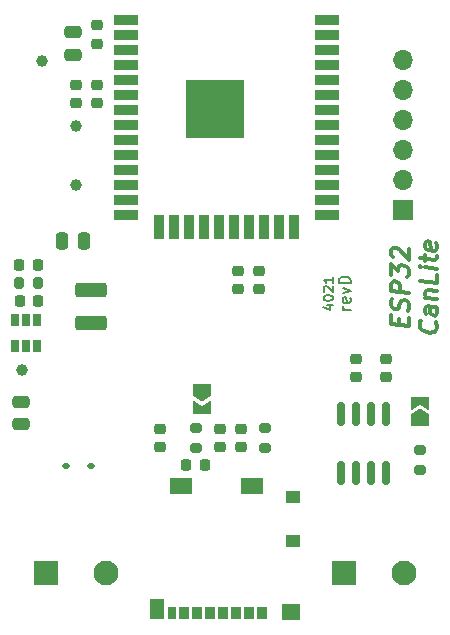
<source format=gbr>
G04 #@! TF.GenerationSoftware,KiCad,Pcbnew,7.0.10*
G04 #@! TF.CreationDate,2024-03-18T19:26:52+01:00*
G04 #@! TF.ProjectId,CanLite,43616e4c-6974-4652-9e6b-696361645f70,rev?*
G04 #@! TF.SameCoordinates,Original*
G04 #@! TF.FileFunction,Soldermask,Top*
G04 #@! TF.FilePolarity,Negative*
%FSLAX46Y46*%
G04 Gerber Fmt 4.6, Leading zero omitted, Abs format (unit mm)*
G04 Created by KiCad (PCBNEW 7.0.10) date 2024-03-18 19:26:52*
%MOMM*%
%LPD*%
G01*
G04 APERTURE LIST*
G04 Aperture macros list*
%AMRoundRect*
0 Rectangle with rounded corners*
0 $1 Rounding radius*
0 $2 $3 $4 $5 $6 $7 $8 $9 X,Y pos of 4 corners*
0 Add a 4 corners polygon primitive as box body*
4,1,4,$2,$3,$4,$5,$6,$7,$8,$9,$2,$3,0*
0 Add four circle primitives for the rounded corners*
1,1,$1+$1,$2,$3*
1,1,$1+$1,$4,$5*
1,1,$1+$1,$6,$7*
1,1,$1+$1,$8,$9*
0 Add four rect primitives between the rounded corners*
20,1,$1+$1,$2,$3,$4,$5,0*
20,1,$1+$1,$4,$5,$6,$7,0*
20,1,$1+$1,$6,$7,$8,$9,0*
20,1,$1+$1,$8,$9,$2,$3,0*%
%AMFreePoly0*
4,1,6,1.000000,0.000000,0.500000,-0.750000,-0.500000,-0.750000,-0.500000,0.750000,0.500000,0.750000,1.000000,0.000000,1.000000,0.000000,$1*%
%AMFreePoly1*
4,1,6,0.500000,-0.750000,-0.650000,-0.750000,-0.150000,0.000000,-0.650000,0.750000,0.500000,0.750000,0.500000,-0.750000,0.500000,-0.750000,$1*%
G04 Aperture macros list end*
%ADD10C,0.200000*%
%ADD11C,0.150000*%
%ADD12C,0.300000*%
%ADD13RoundRect,0.218750X0.256250X-0.218750X0.256250X0.218750X-0.256250X0.218750X-0.256250X-0.218750X0*%
%ADD14RoundRect,0.218750X-0.256250X0.218750X-0.256250X-0.218750X0.256250X-0.218750X0.256250X0.218750X0*%
%ADD15RoundRect,0.250000X-0.475000X0.250000X-0.475000X-0.250000X0.475000X-0.250000X0.475000X0.250000X0*%
%ADD16RoundRect,0.250000X0.250000X0.475000X-0.250000X0.475000X-0.250000X-0.475000X0.250000X-0.475000X0*%
%ADD17RoundRect,0.112500X0.187500X0.112500X-0.187500X0.112500X-0.187500X-0.112500X0.187500X-0.112500X0*%
%ADD18R,1.700000X1.700000*%
%ADD19O,1.700000X1.700000*%
%ADD20FreePoly0,90.000000*%
%ADD21FreePoly1,90.000000*%
%ADD22RoundRect,0.200000X0.275000X-0.200000X0.275000X0.200000X-0.275000X0.200000X-0.275000X-0.200000X0*%
%ADD23RoundRect,0.150000X-0.150000X0.825000X-0.150000X-0.825000X0.150000X-0.825000X0.150000X0.825000X0*%
%ADD24RoundRect,0.218750X0.218750X0.256250X-0.218750X0.256250X-0.218750X-0.256250X0.218750X-0.256250X0*%
%ADD25C,1.000000*%
%ADD26RoundRect,0.250000X0.475000X-0.250000X0.475000X0.250000X-0.475000X0.250000X-0.475000X-0.250000X0*%
%ADD27R,0.850000X1.100000*%
%ADD28R,0.750000X1.100000*%
%ADD29R,1.200000X1.000000*%
%ADD30R,1.550000X1.350000*%
%ADD31R,1.900000X1.350000*%
%ADD32R,1.170000X1.800000*%
%ADD33R,2.100000X2.100000*%
%ADD34C,2.100000*%
%ADD35RoundRect,0.225000X-0.225000X-0.250000X0.225000X-0.250000X0.225000X0.250000X-0.225000X0.250000X0*%
%ADD36RoundRect,0.200000X-0.200000X-0.275000X0.200000X-0.275000X0.200000X0.275000X-0.200000X0.275000X0*%
%ADD37R,2.000000X0.900000*%
%ADD38R,0.900000X2.000000*%
%ADD39R,5.000000X5.000000*%
%ADD40R,0.650000X1.060000*%
%ADD41RoundRect,0.250000X1.075000X-0.375000X1.075000X0.375000X-1.075000X0.375000X-1.075000X-0.375000X0*%
%ADD42FreePoly0,270.000000*%
%ADD43FreePoly1,270.000000*%
G04 APERTURE END LIST*
D10*
X132502219Y-77280952D02*
X131835552Y-77280952D01*
X132026028Y-77280952D02*
X131930790Y-77233333D01*
X131930790Y-77233333D02*
X131883171Y-77185714D01*
X131883171Y-77185714D02*
X131835552Y-77090476D01*
X131835552Y-77090476D02*
X131835552Y-76995238D01*
X132454600Y-76280952D02*
X132502219Y-76376190D01*
X132502219Y-76376190D02*
X132502219Y-76566666D01*
X132502219Y-76566666D02*
X132454600Y-76661904D01*
X132454600Y-76661904D02*
X132359361Y-76709523D01*
X132359361Y-76709523D02*
X131978409Y-76709523D01*
X131978409Y-76709523D02*
X131883171Y-76661904D01*
X131883171Y-76661904D02*
X131835552Y-76566666D01*
X131835552Y-76566666D02*
X131835552Y-76376190D01*
X131835552Y-76376190D02*
X131883171Y-76280952D01*
X131883171Y-76280952D02*
X131978409Y-76233333D01*
X131978409Y-76233333D02*
X132073647Y-76233333D01*
X132073647Y-76233333D02*
X132168885Y-76709523D01*
X131835552Y-75899999D02*
X132502219Y-75661904D01*
X132502219Y-75661904D02*
X131835552Y-75423809D01*
X132502219Y-75042856D02*
X131502219Y-75042856D01*
X131502219Y-75042856D02*
X131502219Y-74804761D01*
X131502219Y-74804761D02*
X131549838Y-74661904D01*
X131549838Y-74661904D02*
X131645076Y-74566666D01*
X131645076Y-74566666D02*
X131740314Y-74519047D01*
X131740314Y-74519047D02*
X131930790Y-74471428D01*
X131930790Y-74471428D02*
X132073647Y-74471428D01*
X132073647Y-74471428D02*
X132264123Y-74519047D01*
X132264123Y-74519047D02*
X132359361Y-74566666D01*
X132359361Y-74566666D02*
X132454600Y-74661904D01*
X132454600Y-74661904D02*
X132502219Y-74804761D01*
X132502219Y-74804761D02*
X132502219Y-75042856D01*
D11*
X130478961Y-76890476D02*
X131012295Y-76890476D01*
X130174200Y-77080952D02*
X130745628Y-77271429D01*
X130745628Y-77271429D02*
X130745628Y-76776190D01*
X130212295Y-76319047D02*
X130212295Y-76242857D01*
X130212295Y-76242857D02*
X130250390Y-76166666D01*
X130250390Y-76166666D02*
X130288485Y-76128571D01*
X130288485Y-76128571D02*
X130364676Y-76090476D01*
X130364676Y-76090476D02*
X130517057Y-76052381D01*
X130517057Y-76052381D02*
X130707533Y-76052381D01*
X130707533Y-76052381D02*
X130859914Y-76090476D01*
X130859914Y-76090476D02*
X130936104Y-76128571D01*
X130936104Y-76128571D02*
X130974200Y-76166666D01*
X130974200Y-76166666D02*
X131012295Y-76242857D01*
X131012295Y-76242857D02*
X131012295Y-76319047D01*
X131012295Y-76319047D02*
X130974200Y-76395238D01*
X130974200Y-76395238D02*
X130936104Y-76433333D01*
X130936104Y-76433333D02*
X130859914Y-76471428D01*
X130859914Y-76471428D02*
X130707533Y-76509524D01*
X130707533Y-76509524D02*
X130517057Y-76509524D01*
X130517057Y-76509524D02*
X130364676Y-76471428D01*
X130364676Y-76471428D02*
X130288485Y-76433333D01*
X130288485Y-76433333D02*
X130250390Y-76395238D01*
X130250390Y-76395238D02*
X130212295Y-76319047D01*
X130288485Y-75747619D02*
X130250390Y-75709523D01*
X130250390Y-75709523D02*
X130212295Y-75633333D01*
X130212295Y-75633333D02*
X130212295Y-75442857D01*
X130212295Y-75442857D02*
X130250390Y-75366666D01*
X130250390Y-75366666D02*
X130288485Y-75328571D01*
X130288485Y-75328571D02*
X130364676Y-75290476D01*
X130364676Y-75290476D02*
X130440866Y-75290476D01*
X130440866Y-75290476D02*
X130555152Y-75328571D01*
X130555152Y-75328571D02*
X131012295Y-75785714D01*
X131012295Y-75785714D02*
X131012295Y-75290476D01*
X131012295Y-74528571D02*
X131012295Y-74985714D01*
X131012295Y-74757142D02*
X130212295Y-74757142D01*
X130212295Y-74757142D02*
X130326580Y-74833333D01*
X130326580Y-74833333D02*
X130402771Y-74909523D01*
X130402771Y-74909523D02*
X130440866Y-74985714D01*
D12*
X136635114Y-78562999D02*
X136635114Y-78062999D01*
X137420828Y-77946928D02*
X137420828Y-78661213D01*
X137420828Y-78661213D02*
X135920828Y-78473713D01*
X135920828Y-78473713D02*
X135920828Y-77759428D01*
X137349400Y-77366570D02*
X137420828Y-77161213D01*
X137420828Y-77161213D02*
X137420828Y-76804070D01*
X137420828Y-76804070D02*
X137349400Y-76652285D01*
X137349400Y-76652285D02*
X137277971Y-76571927D01*
X137277971Y-76571927D02*
X137135114Y-76482642D01*
X137135114Y-76482642D02*
X136992257Y-76464785D01*
X136992257Y-76464785D02*
X136849400Y-76518356D01*
X136849400Y-76518356D02*
X136777971Y-76580856D01*
X136777971Y-76580856D02*
X136706542Y-76714785D01*
X136706542Y-76714785D02*
X136635114Y-76991570D01*
X136635114Y-76991570D02*
X136563685Y-77125499D01*
X136563685Y-77125499D02*
X136492257Y-77187999D01*
X136492257Y-77187999D02*
X136349400Y-77241570D01*
X136349400Y-77241570D02*
X136206542Y-77223713D01*
X136206542Y-77223713D02*
X136063685Y-77134427D01*
X136063685Y-77134427D02*
X135992257Y-77054070D01*
X135992257Y-77054070D02*
X135920828Y-76902285D01*
X135920828Y-76902285D02*
X135920828Y-76545142D01*
X135920828Y-76545142D02*
X135992257Y-76339785D01*
X137420828Y-75875499D02*
X135920828Y-75687999D01*
X135920828Y-75687999D02*
X135920828Y-75116571D01*
X135920828Y-75116571D02*
X135992257Y-74982642D01*
X135992257Y-74982642D02*
X136063685Y-74920142D01*
X136063685Y-74920142D02*
X136206542Y-74866571D01*
X136206542Y-74866571D02*
X136420828Y-74893356D01*
X136420828Y-74893356D02*
X136563685Y-74982642D01*
X136563685Y-74982642D02*
X136635114Y-75062999D01*
X136635114Y-75062999D02*
X136706542Y-75214785D01*
X136706542Y-75214785D02*
X136706542Y-75786214D01*
X135920828Y-74330856D02*
X135920828Y-73402285D01*
X135920828Y-73402285D02*
X136492257Y-73973714D01*
X136492257Y-73973714D02*
X136492257Y-73759428D01*
X136492257Y-73759428D02*
X136563685Y-73625499D01*
X136563685Y-73625499D02*
X136635114Y-73562999D01*
X136635114Y-73562999D02*
X136777971Y-73509428D01*
X136777971Y-73509428D02*
X137135114Y-73554071D01*
X137135114Y-73554071D02*
X137277971Y-73643356D01*
X137277971Y-73643356D02*
X137349400Y-73723714D01*
X137349400Y-73723714D02*
X137420828Y-73875499D01*
X137420828Y-73875499D02*
X137420828Y-74304071D01*
X137420828Y-74304071D02*
X137349400Y-74437999D01*
X137349400Y-74437999D02*
X137277971Y-74500499D01*
X136063685Y-72848714D02*
X135992257Y-72768357D01*
X135992257Y-72768357D02*
X135920828Y-72616571D01*
X135920828Y-72616571D02*
X135920828Y-72259428D01*
X135920828Y-72259428D02*
X135992257Y-72125500D01*
X135992257Y-72125500D02*
X136063685Y-72063000D01*
X136063685Y-72063000D02*
X136206542Y-72009428D01*
X136206542Y-72009428D02*
X136349400Y-72027285D01*
X136349400Y-72027285D02*
X136563685Y-72125500D01*
X136563685Y-72125500D02*
X137420828Y-73089785D01*
X137420828Y-73089785D02*
X137420828Y-72161214D01*
X139692971Y-78357642D02*
X139764400Y-78437999D01*
X139764400Y-78437999D02*
X139835828Y-78661214D01*
X139835828Y-78661214D02*
X139835828Y-78804071D01*
X139835828Y-78804071D02*
X139764400Y-79009428D01*
X139764400Y-79009428D02*
X139621542Y-79134428D01*
X139621542Y-79134428D02*
X139478685Y-79187999D01*
X139478685Y-79187999D02*
X139192971Y-79223714D01*
X139192971Y-79223714D02*
X138978685Y-79196928D01*
X138978685Y-79196928D02*
X138692971Y-79089785D01*
X138692971Y-79089785D02*
X138550114Y-79000499D01*
X138550114Y-79000499D02*
X138407257Y-78839785D01*
X138407257Y-78839785D02*
X138335828Y-78616571D01*
X138335828Y-78616571D02*
X138335828Y-78473714D01*
X138335828Y-78473714D02*
X138407257Y-78268357D01*
X138407257Y-78268357D02*
X138478685Y-78205857D01*
X139835828Y-77089785D02*
X139050114Y-76991571D01*
X139050114Y-76991571D02*
X138907257Y-77045142D01*
X138907257Y-77045142D02*
X138835828Y-77179071D01*
X138835828Y-77179071D02*
X138835828Y-77464785D01*
X138835828Y-77464785D02*
X138907257Y-77616571D01*
X139764400Y-77080857D02*
X139835828Y-77232642D01*
X139835828Y-77232642D02*
X139835828Y-77589785D01*
X139835828Y-77589785D02*
X139764400Y-77723714D01*
X139764400Y-77723714D02*
X139621542Y-77777285D01*
X139621542Y-77777285D02*
X139478685Y-77759428D01*
X139478685Y-77759428D02*
X139335828Y-77670142D01*
X139335828Y-77670142D02*
X139264400Y-77518357D01*
X139264400Y-77518357D02*
X139264400Y-77161214D01*
X139264400Y-77161214D02*
X139192971Y-77009428D01*
X138835828Y-76250499D02*
X139835828Y-76375499D01*
X138978685Y-76268356D02*
X138907257Y-76187999D01*
X138907257Y-76187999D02*
X138835828Y-76036214D01*
X138835828Y-76036214D02*
X138835828Y-75821928D01*
X138835828Y-75821928D02*
X138907257Y-75687999D01*
X138907257Y-75687999D02*
X139050114Y-75634428D01*
X139050114Y-75634428D02*
X139835828Y-75732642D01*
X139835828Y-74304071D02*
X139835828Y-75018356D01*
X139835828Y-75018356D02*
X138335828Y-74830856D01*
X139835828Y-73804070D02*
X138835828Y-73679070D01*
X138335828Y-73616570D02*
X138407257Y-73696927D01*
X138407257Y-73696927D02*
X138478685Y-73634427D01*
X138478685Y-73634427D02*
X138407257Y-73554070D01*
X138407257Y-73554070D02*
X138335828Y-73616570D01*
X138335828Y-73616570D02*
X138478685Y-73634427D01*
X138835828Y-73179070D02*
X138835828Y-72607641D01*
X138335828Y-72902284D02*
X139621542Y-73062999D01*
X139621542Y-73062999D02*
X139764400Y-73009427D01*
X139764400Y-73009427D02*
X139835828Y-72875499D01*
X139835828Y-72875499D02*
X139835828Y-72732641D01*
X139764400Y-71652284D02*
X139835828Y-71804070D01*
X139835828Y-71804070D02*
X139835828Y-72089784D01*
X139835828Y-72089784D02*
X139764400Y-72223713D01*
X139764400Y-72223713D02*
X139621542Y-72277284D01*
X139621542Y-72277284D02*
X139050114Y-72205856D01*
X139050114Y-72205856D02*
X138907257Y-72116570D01*
X138907257Y-72116570D02*
X138835828Y-71964784D01*
X138835828Y-71964784D02*
X138835828Y-71679070D01*
X138835828Y-71679070D02*
X138907257Y-71545141D01*
X138907257Y-71545141D02*
X139050114Y-71491570D01*
X139050114Y-71491570D02*
X139192971Y-71509427D01*
X139192971Y-71509427D02*
X139335828Y-72241570D01*
D13*
X111000000Y-54787500D03*
X111000000Y-53212500D03*
D14*
X111000000Y-58212500D03*
X111000000Y-59787500D03*
D13*
X133000000Y-82987500D03*
X133000000Y-81412500D03*
D15*
X104600000Y-85050000D03*
X104600000Y-86950000D03*
D16*
X109950000Y-71500000D03*
X108050000Y-71500000D03*
D13*
X123000000Y-75537500D03*
X123000000Y-73962500D03*
D17*
X110524000Y-90500000D03*
X108424000Y-90500000D03*
D18*
X136906000Y-68834000D03*
D19*
X136906000Y-66294000D03*
X136906000Y-63754000D03*
X136906000Y-61214000D03*
X136906000Y-58674000D03*
X136906000Y-56134000D03*
D20*
X138400000Y-86625000D03*
D21*
X138400000Y-85175000D03*
D13*
X109250000Y-59787500D03*
X109250000Y-58212500D03*
D14*
X124750000Y-73962500D03*
X124750000Y-75537500D03*
D13*
X116332000Y-88925500D03*
X116332000Y-87350500D03*
X135500000Y-82987500D03*
X135500000Y-81412500D03*
D22*
X138400000Y-90825000D03*
X138400000Y-89175000D03*
D23*
X135505000Y-86125000D03*
X134235000Y-86125000D03*
X132965000Y-86125000D03*
X131695000Y-86125000D03*
X131695000Y-91075000D03*
X132965000Y-91075000D03*
X134235000Y-91075000D03*
X135505000Y-91075000D03*
D24*
X120167500Y-90424000D03*
X118592500Y-90424000D03*
D13*
X121412000Y-88925500D03*
X121412000Y-87350500D03*
X123190000Y-88925500D03*
X123190000Y-87350500D03*
D25*
X104700000Y-82400000D03*
X106400000Y-56200000D03*
D26*
X109000000Y-55700000D03*
X109000000Y-53800000D03*
D24*
X106037500Y-73500000D03*
X104462500Y-73500000D03*
D27*
X124995000Y-102986000D03*
X123895000Y-102986000D03*
X122795000Y-102986000D03*
X121695000Y-102986000D03*
X120595000Y-102986000D03*
X119495000Y-102986000D03*
X118395000Y-102986000D03*
D28*
X117345000Y-102986000D03*
D29*
X127630000Y-96836000D03*
X127630000Y-93136000D03*
D30*
X127455000Y-102861000D03*
D31*
X124130000Y-92161000D03*
X118160000Y-92161000D03*
D32*
X116135000Y-102636000D03*
D33*
X131950000Y-99568000D03*
D34*
X137030000Y-99568000D03*
D33*
X106680000Y-99568000D03*
D34*
X111760000Y-99568000D03*
D35*
X104475000Y-76500000D03*
X106025000Y-76500000D03*
D36*
X104425000Y-75000000D03*
X106075000Y-75000000D03*
D37*
X113500000Y-52745000D03*
X113500000Y-54015000D03*
X113500000Y-55285000D03*
X113500000Y-56555000D03*
X113500000Y-57825000D03*
X113500000Y-59095000D03*
X113500000Y-60365000D03*
X113500000Y-61635000D03*
X113500000Y-62905000D03*
X113500000Y-64175000D03*
X113500000Y-65445000D03*
X113500000Y-66715000D03*
X113500000Y-67985000D03*
X113500000Y-69255000D03*
D38*
X116285000Y-70255000D03*
X117555000Y-70255000D03*
X118825000Y-70255000D03*
X120095000Y-70255000D03*
X121365000Y-70255000D03*
X122635000Y-70255000D03*
X123905000Y-70255000D03*
X125175000Y-70255000D03*
X126445000Y-70255000D03*
X127715000Y-70255000D03*
D37*
X130500000Y-69255000D03*
X130500000Y-67985000D03*
X130500000Y-66715000D03*
X130500000Y-65445000D03*
X130500000Y-64175000D03*
X130500000Y-62905000D03*
X130500000Y-61635000D03*
X130500000Y-60365000D03*
X130500000Y-59095000D03*
X130500000Y-57825000D03*
X130500000Y-56555000D03*
X130500000Y-55285000D03*
X130500000Y-54015000D03*
X130500000Y-52745000D03*
D39*
X121000000Y-60245000D03*
D40*
X105950000Y-78150000D03*
X105000000Y-78150000D03*
X104050000Y-78150000D03*
X104050000Y-80350000D03*
X105000000Y-80350000D03*
X105950000Y-80350000D03*
D25*
X109250000Y-61750000D03*
X109250000Y-66750000D03*
D22*
X119380000Y-88963000D03*
X119380000Y-87313000D03*
D41*
X110500000Y-78400000D03*
X110500000Y-75600000D03*
D42*
X119888000Y-84111000D03*
D43*
X119888000Y-85561000D03*
D22*
X125222000Y-88963000D03*
X125222000Y-87313000D03*
M02*

</source>
